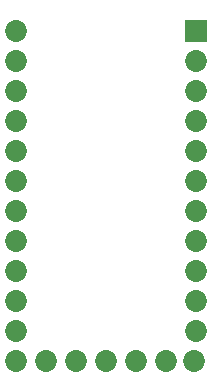
<source format=gts>
%TF.GenerationSoftware,KiCad,Pcbnew,(5.1.8)-1*%
%TF.CreationDate,2020-11-30T17:03:09-06:00*%
%TF.ProjectId,customKeyboardV2.5,63757374-6f6d-44b6-9579-626f61726456,rev?*%
%TF.SameCoordinates,Original*%
%TF.FileFunction,Soldermask,Top*%
%TF.FilePolarity,Negative*%
%FSLAX46Y46*%
G04 Gerber Fmt 4.6, Leading zero omitted, Abs format (unit mm)*
G04 Created by KiCad (PCBNEW (5.1.8)-1) date 2020-11-30 17:03:09*
%MOMM*%
%LPD*%
G01*
G04 APERTURE LIST*
%ADD10C,1.852600*%
G04 APERTURE END LIST*
D10*
%TO.C,U1*%
X337661250Y-54451250D03*
X335121250Y-54451250D03*
X332581250Y-54451250D03*
X330041250Y-54451250D03*
X327501250Y-54451250D03*
X324961250Y-26511250D03*
X339972650Y-54451250D03*
X324961250Y-29051250D03*
X324961250Y-31591250D03*
X324961250Y-34131250D03*
X324961250Y-36671250D03*
X324961250Y-39211250D03*
X324961250Y-41751250D03*
X324961250Y-44291250D03*
X324961250Y-46831250D03*
X324961250Y-49371250D03*
X324961250Y-51911250D03*
X324961250Y-54451250D03*
X340201250Y-51911250D03*
X340201250Y-49371250D03*
X340201250Y-46831250D03*
X340201250Y-44291250D03*
X340201250Y-41751250D03*
X340201250Y-39211250D03*
X340201250Y-36671250D03*
X340201250Y-34131250D03*
X340201250Y-31591250D03*
X340201250Y-29051250D03*
G36*
G01*
X339324950Y-25584950D02*
X341077550Y-25584950D01*
G75*
G02*
X341127550Y-25634950I0J-50000D01*
G01*
X341127550Y-27387550D01*
G75*
G02*
X341077550Y-27437550I-50000J0D01*
G01*
X339324950Y-27437550D01*
G75*
G02*
X339274950Y-27387550I0J50000D01*
G01*
X339274950Y-25634950D01*
G75*
G02*
X339324950Y-25584950I50000J0D01*
G01*
G37*
%TD*%
M02*

</source>
